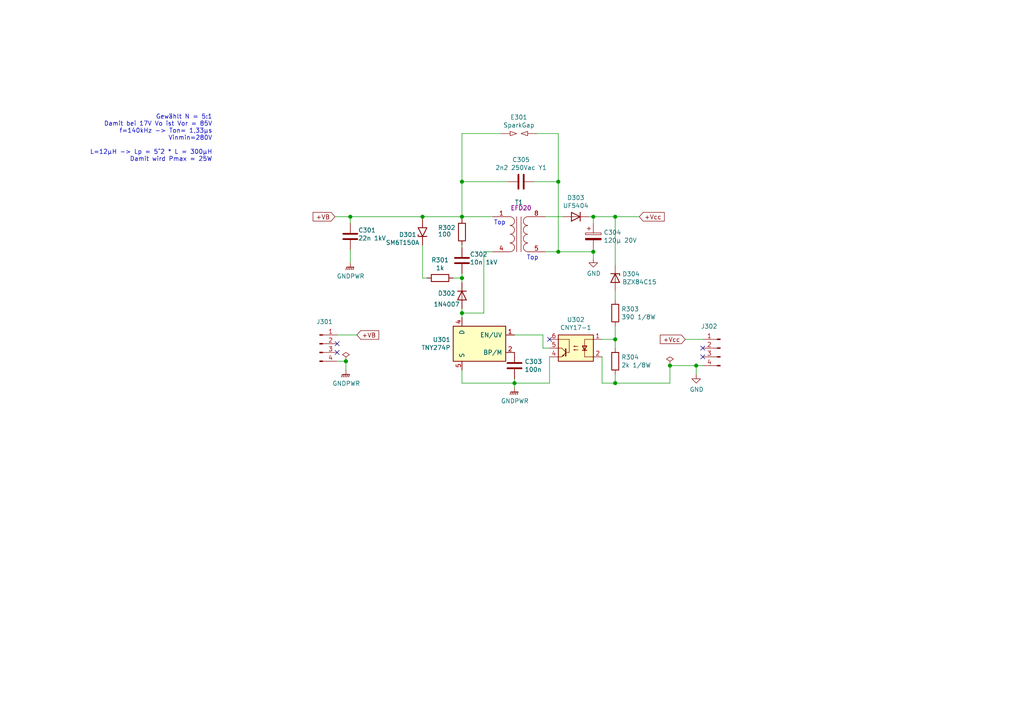
<source format=kicad_sch>
(kicad_sch (version 20210126) (generator eeschema)
  (paper "A4")
  (title_block (title "Auxiliary Power Supply Board") (date "2021-04-07") (rev "V 1.0"))
  (lib_symbols
    (symbol "Connector:Conn_01x04_Male" (pin_names (offset 1.016) hide)
      (property "Reference" "J" (at 0 5.08 0))
      (property "Value" "Conn_01x04_Male" (at 0 -7.62 0))
      (symbol "Conn_01x04_Male_1_1"
        (rectangle (start 0.8636 -4.953) (end 0 -5.207) (stroke (width 0.1524)) (fill (type outline)))
        (rectangle (start 0.8636 -2.413) (end 0 -2.667) (stroke (width 0.1524)) (fill (type outline)))
        (rectangle (start 0.8636 0.127) (end 0 -0.127) (stroke (width 0.1524)) (fill (type outline)))
        (rectangle (start 0.8636 2.667) (end 0 2.413) (stroke (width 0.1524)) (fill (type outline)))
        (polyline (pts (xy 1.27 -5.08) (xy 0.8636 -5.08)) (stroke (width 0.1524)))
        (polyline (pts (xy 1.27 -2.54) (xy 0.8636 -2.54)) (stroke (width 0.1524)))
        (polyline (pts (xy 1.27 0) (xy 0.8636 0)) (stroke (width 0.1524)))
        (polyline (pts (xy 1.27 2.54) (xy 0.8636 2.54)) (stroke (width 0.1524)))
        (pin passive line (at 5.08 2.54 180) (length 3.81) (name "Pin_1") (number "1"))
        (pin passive line (at 5.08 0 180) (length 3.81) (name "Pin_2") (number "2"))
        (pin passive line (at 5.08 -2.54 180) (length 3.81) (name "Pin_3") (number "3"))
        (pin passive line (at 5.08 -5.08 180) (length 3.81) (name "Pin_4") (number "4"))
      )
    )
    (symbol "Device:C" (pin_numbers hide) (pin_names (offset 0.254))
      (property "Reference" "C" (at 0.635 2.54 0))
      (property "Value" "C" (at 0.635 -2.54 0))
      (symbol "C_0_1"
        (polyline (pts (xy -2.032 -0.762) (xy 2.032 -0.762)) (stroke (width 0.508)))
        (polyline (pts (xy -2.032 0.762) (xy 2.032 0.762)) (stroke (width 0.508)))
      )
      (symbol "C_1_1"
        (pin passive line (at 0 3.81 270) (length 2.794) (name "~") (number "1"))
        (pin passive line (at 0 -3.81 90) (length 2.794) (name "~") (number "2"))
      )
    )
    (symbol "Device:C_Polarized" (pin_numbers hide) (pin_names (offset 0.254))
      (property "Reference" "C" (at 0.635 2.54 0))
      (property "Value" "C_Polarized" (at 0.635 -2.54 0))
      (symbol "C_Polarized_0_1"
        (rectangle (start -2.286 0.508) (end 2.286 1.016))
        (rectangle (start 2.286 -0.508) (end -2.286 -1.016) (fill (type outline)))
        (polyline (pts (xy -1.778 2.286) (xy -0.762 2.286)))
        (polyline (pts (xy -1.27 2.794) (xy -1.27 1.778)))
      )
      (symbol "C_Polarized_1_1"
        (pin passive line (at 0 3.81 270) (length 2.794) (name "~") (number "1"))
        (pin passive line (at 0 -3.81 90) (length 2.794) (name "~") (number "2"))
      )
    )
    (symbol "Device:D" (pin_numbers hide) (pin_names (offset 1.016) hide)
      (property "Reference" "D" (at 0 2.54 0))
      (property "Value" "D" (at 0 -2.54 0))
      (symbol "D_0_1"
        (polyline (pts (xy -1.27 1.27) (xy -1.27 -1.27)) (stroke (width 0.254)))
        (polyline (pts (xy 1.27 0) (xy -1.27 0)))
        (polyline (pts (xy 1.27 1.27) (xy 1.27 -1.27) (xy -1.27 0) (xy 1.27 1.27)) (stroke (width 0.254)))
      )
      (symbol "D_1_1"
        (pin passive line (at -3.81 0 0) (length 2.54) (name "K") (number "1"))
        (pin passive line (at 3.81 0 180) (length 2.54) (name "A") (number "2"))
      )
    )
    (symbol "Device:R" (pin_numbers hide) (pin_names (offset 0))
      (property "Reference" "R" (at 2.032 0 90))
      (property "Value" "R" (at 0 0 90))
      (symbol "R_0_1"
        (rectangle (start -1.016 -2.54) (end 1.016 2.54) (stroke (width 0.254)))
      )
      (symbol "R_1_1"
        (pin passive line (at 0 3.81 270) (length 1.27) (name "~") (number "1"))
        (pin passive line (at 0 -3.81 90) (length 1.27) (name "~") (number "2"))
      )
    )
    (symbol "Device:SparkGap" (pin_numbers hide) (pin_names (offset 0))
      (property "Reference" "E" (at 0 2.032 0))
      (property "Value" "SparkGap" (at 0 -1.905 0))
      (symbol "SparkGap_0_1"
        (polyline (pts (xy -2.54 0.635) (xy -2.54 -0.635) (xy -0.635 0) (xy -2.54 0.635)))
        (polyline (pts (xy 2.54 0.635) (xy 2.54 -0.635) (xy 0.635 0) (xy 2.54 0.635)))
      )
      (symbol "SparkGap_1_1"
        (pin passive line (at -5.08 0 0) (length 2.54) (name "~") (number "1"))
        (pin passive line (at 5.08 0 180) (length 2.54) (name "~") (number "2"))
      )
    )
    (symbol "Device:Transformer_1P_1S_SO8" (pin_names (offset 1.016) hide)
      (property "Reference" "T" (at 0 6.35 0))
      (property "Value" "Transformer_1P_1S_SO8" (at 0 -7.62 0))
      (symbol "Transformer_1P_1S_SO8_0_1"
        (arc (start -2.54 -2.54) (end -1.27 -3.81) (radius (at -2.54 -3.81) (length 1.27) (angles 89.9 0.1)))
        (arc (start -1.27 -3.81) (end -2.54 -5.0546) (radius (at -2.54 -3.81) (length 1.27) (angles -0.1 -89.9)))
        (arc (start -2.54 0) (end -1.27 -1.27) (radius (at -2.54 -1.27) (length 1.27) (angles 89.9 0.1)))
        (arc (start -1.27 -1.27) (end -2.54 -2.5146) (radius (at -2.54 -1.27) (length 1.27) (angles -0.1 -89.9)))
        (arc (start -2.54 2.54) (end -1.27 1.27) (radius (at -2.54 1.27) (length 1.27) (angles 89.9 0.1)))
        (arc (start -1.27 1.27) (end -2.54 0.0254) (radius (at -2.54 1.27) (length 1.27) (angles -0.1 -89.9)))
        (arc (start -2.54 5.08) (end -1.27 3.81) (radius (at -2.54 3.81) (length 1.27) (angles 89.9 0.1)))
        (arc (start -1.27 3.81) (end -2.54 2.5654) (radius (at -2.54 3.81) (length 1.27) (angles -0.1 -89.9)))
        (arc (start 2.54 0) (end 1.2954 -1.27) (radius (at 2.54 -1.27) (length 1.27) (angles 89.9 -179.9)))
        (arc (start 1.2954 -1.27) (end 2.54 -2.5146) (radius (at 2.54 -1.27) (length 1.27) (angles 179.9 -89.9)))
        (arc (start 2.54 2.54) (end 1.2954 1.27) (radius (at 2.54 1.27) (length 1.27) (angles 89.9 -179.9)))
        (arc (start 1.2954 1.27) (end 2.54 0.0254) (radius (at 2.54 1.27) (length 1.27) (angles 179.9 -89.9)))
        (arc (start 2.54 5.08) (end 1.2954 3.81) (radius (at 2.54 3.81) (length 1.27) (angles 89.9 -179.9)))
        (arc (start 1.2954 3.81) (end 2.54 2.5654) (radius (at 2.54 3.81) (length 1.27) (angles 179.9 -89.9)))
        (arc (start 2.5654 -2.54) (end 1.3208 -3.81) (radius (at 2.5654 -3.81) (length 1.27) (angles 91 -179.9)))
        (arc (start 2.5654 -5.0546) (end 1.3208 -3.81) (radius (at 2.5654 -3.81) (length 1.27) (angles -91.2 -179.9)))
        (polyline (pts (xy -0.635 5.08) (xy -0.635 -5.08)))
        (polyline (pts (xy 0.635 -5.08) (xy 0.635 5.08)))
      )
      (symbol "Transformer_1P_1S_SO8_1_1"
        (pin passive line (at -7.62 5.08 0) (length 5.08) (name "AA") (number "1"))
        (pin passive line (at -7.62 -5.08 0) (length 5.08) (name "AB") (number "4"))
        (pin passive line (at 7.62 -5.08 180) (length 5.08) (name "SA") (number "5"))
        (pin passive line (at 7.62 5.08 180) (length 5.08) (name "SB") (number "8"))
      )
    )
    (symbol "Diode:BZX84Cxx" (pin_numbers hide) (pin_names (offset 1.016) hide)
      (property "Reference" "D" (at 0 2.54 0))
      (property "Value" "BZX84Cxx" (at 0 -2.54 0))
      (symbol "BZX84Cxx_0_1"
        (polyline (pts (xy 1.27 0) (xy -1.27 0)))
        (polyline (pts (xy -1.27 -1.27) (xy -1.27 1.27) (xy -0.762 1.27)) (stroke (width 0.254)))
        (polyline (pts (xy 1.27 -1.27) (xy 1.27 1.27) (xy -1.27 0) (xy 1.27 -1.27)) (stroke (width 0.254)))
      )
      (symbol "BZX84Cxx_1_1"
        (pin passive line (at -3.81 0 0) (length 2.54) (name "K") (number "1"))
        (pin passive line (at 3.81 0 180) (length 2.54) (name "A") (number "2"))
      )
    )
    (symbol "Diode:SM6T150A" (pin_numbers hide) (pin_names (offset 1.016) hide)
      (property "Reference" "D" (at 0 2.54 0))
      (property "Value" "SM6T150A" (at 0 -2.54 0))
      (symbol "SM6T150A_0_1"
        (polyline (pts (xy -0.762 1.27) (xy -1.27 1.27) (xy -1.27 -1.27)) (stroke (width 0.254)))
        (polyline (pts (xy 1.27 1.27) (xy 1.27 -1.27) (xy -1.27 0) (xy 1.27 1.27)) (stroke (width 0.254)))
      )
      (symbol "SM6T150A_1_1"
        (pin passive line (at -3.81 0 0) (length 2.54) (name "A1") (number "1"))
        (pin passive line (at 3.81 0 180) (length 2.54) (name "A2") (number "2"))
      )
    )
    (symbol "Isolator:CNY17-1" (pin_names (offset 1.016))
      (property "Reference" "U" (at -5.08 5.08 0))
      (property "Value" "CNY17-1" (at 0 5.08 0))
      (symbol "CNY17-1_0_1"
        (rectangle (start -5.08 3.81) (end 5.08 -3.81) (stroke (width 0.254)) (fill (type background)))
        (polyline (pts (xy -3.175 -0.635) (xy -1.905 -0.635)) (stroke (width 0.254)))
        (polyline (pts (xy 2.921 -1.397) (xy 4.064 -2.54)))
        (polyline (pts (xy 2.921 -1.27) (xy 1.905 -1.27)))
        (polyline (pts (xy 2.921 -1.143) (xy 4.064 0)))
        (polyline (pts (xy 4.064 -2.54) (xy 5.08 -2.54)))
        (polyline (pts (xy 5.08 0) (xy 4.064 0)))
        (polyline (pts (xy -5.08 2.54) (xy -2.54 2.54) (xy -2.54 -0.762)))
        (polyline (pts (xy -2.54 -0.635) (xy -2.54 -2.54) (xy -5.08 -2.54)))
        (polyline (pts (xy 1.905 -1.27) (xy 1.905 2.54) (xy 5.08 2.54)))
        (polyline (pts (xy 2.921 -0.254) (xy 2.921 -2.286) (xy 2.921 -2.286)) (stroke (width 0.3556)))
        (polyline (pts (xy -2.54 -0.635) (xy -3.175 0.635) (xy -1.905 0.635) (xy -2.54 -0.635)) (stroke (width 0.254)))
        (polyline (pts (xy 3.937 -2.413) (xy 3.683 -1.905) (xy 3.429 -2.159) (xy 3.937 -2.413)))
        (polyline (pts (xy -0.635 -0.508) (xy 0.635 -0.508) (xy 0.254 -0.635) (xy 0.254 -0.381) (xy 0.635 -0.508)))
        (polyline (pts (xy -0.635 0.508) (xy 0.635 0.508) (xy 0.254 0.381) (xy 0.254 0.635) (xy 0.635 0.508)))
      )
      (symbol "CNY17-1_1_1"
        (pin passive line (at -7.62 2.54 0) (length 2.54) (name "~") (number "1"))
        (pin passive line (at -7.62 -2.54 0) (length 2.54) (name "~") (number "2"))
        (pin no_connect line (at -5.08 0 0) (length 2.54) hide (name "NC") (number "3"))
        (pin passive line (at 7.62 -2.54 180) (length 2.54) (name "~") (number "4"))
        (pin passive line (at 7.62 0 180) (length 2.54) (name "~") (number "5"))
        (pin passive line (at 7.62 2.54 180) (length 2.54) (name "~") (number "6"))
      )
    )
    (symbol "Regulator_Switching:TNY274P" (pin_names (offset 1.016))
      (property "Reference" "U" (at 0 8.89 0))
      (property "Value" "TNY274P" (at 0 6.35 0))
      (symbol "TNY274P_0_1"
        (rectangle (start -7.62 5.08) (end 7.62 -5.08) (stroke (width 0.254)) (fill (type background)))
      )
      (symbol "TNY274P_1_1"
        (pin input line (at 10.16 2.54 180) (length 2.54) (name "EN/UV") (number "1"))
        (pin input line (at 10.16 -2.54 180) (length 2.54) (name "BP/M") (number "2"))
        (pin open_collector line (at -5.08 7.62 270) (length 2.54) (name "D") (number "4"))
        (pin power_in line (at -5.08 -7.62 90) (length 2.54) (name "S") (number "5"))
        (pin passive line (at -5.08 -7.62 90) (length 2.54) hide (name "S") (number "6"))
        (pin passive line (at -5.08 -7.62 90) (length 2.54) hide (name "S") (number "7"))
        (pin passive line (at -5.08 -7.62 90) (length 2.54) hide (name "S") (number "8"))
      )
    )
    (symbol "power:GND" (power) (pin_names (offset 0))
      (property "Value" "GND" (at 0 -3.81 0))
      (symbol "GND_0_1"
        (polyline (pts (xy 0 0) (xy 0 -1.27) (xy 1.27 -1.27) (xy 0 -2.54) (xy -1.27 -1.27) (xy 0 -1.27)))
      )
      (symbol "GND_1_1"
        (pin power_in line (at 0 0 270) (length 0) hide (name "GND") (number "1"))
      )
    )
    (symbol "power:GNDPWR" (power) (pin_names (offset 0))
      (property "Value" "GNDPWR" (at 0 -3.302 0))
      (symbol "GNDPWR_0_1"
        (polyline (pts (xy 0 -1.27) (xy 0 0)))
        (polyline (pts (xy -1.016 -1.27) (xy -1.27 -2.032) (xy -1.27 -2.032)) (stroke (width 0.2032)))
        (polyline (pts (xy -0.508 -1.27) (xy -0.762 -2.032) (xy -0.762 -2.032)) (stroke (width 0.2032)))
        (polyline (pts (xy 0 -1.27) (xy -0.254 -2.032) (xy -0.254 -2.032)) (stroke (width 0.2032)))
        (polyline (pts (xy 0.508 -1.27) (xy 0.254 -2.032) (xy 0.254 -2.032)) (stroke (width 0.2032)))
        (polyline (pts (xy 1.016 -1.27) (xy -1.016 -1.27) (xy -1.016 -1.27)) (stroke (width 0.2032)))
        (polyline (pts (xy 1.016 -1.27) (xy 0.762 -2.032) (xy 0.762 -2.032) (xy 0.762 -2.032)) (stroke (width 0.2032)))
      )
      (symbol "GNDPWR_1_1"
        (pin power_in line (at 0 0 270) (length 0) hide (name "GNDPWR") (number "1"))
      )
    )
    (symbol "power:PWR_FLAG" (power) (pin_numbers hide) (pin_names (offset 0) hide)
      (property "Value" "PWR_FLAG" (at 0 3.81 0))
      (symbol "PWR_FLAG_0_0"
        (pin power_out line (at 0 0 90) (length 0) (name "pwr") (number "1"))
      )
      (symbol "PWR_FLAG_0_1"
        (polyline (pts (xy 0 0) (xy 0 1.27) (xy -1.016 1.905) (xy 0 2.54) (xy 1.016 1.905) (xy 0 1.27)))
      )
    )
  )
  (junction (at 100.33 104.775) (diameter 1.016))
  (junction (at 101.6 62.865) (diameter 1.016))
  (junction (at 122.555 62.865) (diameter 1.016))
  (junction (at 133.985 52.705) (diameter 1.016))
  (junction (at 133.985 62.865) (diameter 1.016))
  (junction (at 133.985 80.645) (diameter 1.016))
  (junction (at 133.985 90.805) (diameter 1.016))
  (junction (at 149.225 111.125) (diameter 1.016))
  (junction (at 161.925 52.705) (diameter 1.016))
  (junction (at 161.925 73.025) (diameter 1.016))
  (junction (at 172.085 62.865) (diameter 1.016))
  (junction (at 172.085 73.025) (diameter 1.016))
  (junction (at 178.435 62.865) (diameter 1.016))
  (junction (at 178.435 98.425) (diameter 1.016))
  (junction (at 178.435 111.125) (diameter 1.016))
  (junction (at 194.31 106.045) (diameter 1.016))
  (junction (at 201.93 106.045) (diameter 1.016))
  (no_connect (at 97.79 99.695))
  (no_connect (at 97.79 102.235))
  (no_connect (at 159.385 98.425))
  (no_connect (at 203.835 100.965))
  (no_connect (at 203.835 103.505))
  (wire (pts (xy 97.79 97.155) (xy 103.505 97.155)))
  (wire (pts (xy 97.79 104.775) (xy 100.33 104.775)))
  (wire (pts (xy 100.33 104.775) (xy 100.33 107.315)))
  (wire (pts (xy 101.6 62.865) (xy 97.155 62.865)))
  (wire (pts (xy 101.6 62.865) (xy 101.6 64.77)))
  (wire (pts (xy 101.6 62.865) (xy 122.555 62.865)))
  (wire (pts (xy 101.6 72.39) (xy 101.6 76.2)))
  (wire (pts (xy 122.555 62.865) (xy 122.555 63.5)))
  (wire (pts (xy 122.555 62.865) (xy 133.985 62.865)))
  (wire (pts (xy 122.555 71.12) (xy 122.555 80.645)))
  (wire (pts (xy 122.555 80.645) (xy 123.825 80.645)))
  (wire (pts (xy 131.445 80.645) (xy 133.985 80.645)))
  (wire (pts (xy 133.985 38.735) (xy 133.985 52.705)))
  (wire (pts (xy 133.985 52.705) (xy 133.985 62.865)))
  (wire (pts (xy 133.985 62.865) (xy 133.985 63.5)))
  (wire (pts (xy 133.985 62.865) (xy 142.875 62.865)))
  (wire (pts (xy 133.985 71.12) (xy 133.985 71.755)))
  (wire (pts (xy 133.985 79.375) (xy 133.985 80.645)))
  (wire (pts (xy 133.985 80.645) (xy 133.985 81.915)))
  (wire (pts (xy 133.985 89.535) (xy 133.985 90.805)))
  (wire (pts (xy 133.985 90.805) (xy 133.985 92.075)))
  (wire (pts (xy 133.985 107.315) (xy 133.985 111.125)))
  (wire (pts (xy 133.985 111.125) (xy 149.225 111.125)))
  (wire (pts (xy 140.335 73.025) (xy 140.335 90.805)))
  (wire (pts (xy 140.335 73.025) (xy 142.875 73.025)))
  (wire (pts (xy 140.335 90.805) (xy 133.985 90.805)))
  (wire (pts (xy 145.415 38.735) (xy 133.985 38.735)))
  (wire (pts (xy 147.32 52.705) (xy 133.985 52.705)))
  (wire (pts (xy 149.225 111.125) (xy 149.225 109.855)))
  (wire (pts (xy 149.225 112.395) (xy 149.225 111.125)))
  (wire (pts (xy 154.94 52.705) (xy 161.925 52.705)))
  (wire (pts (xy 155.575 38.735) (xy 161.925 38.735)))
  (wire (pts (xy 157.48 97.155) (xy 149.225 97.155)))
  (wire (pts (xy 157.48 100.965) (xy 157.48 97.155)))
  (wire (pts (xy 158.115 62.865) (xy 163.195 62.865)))
  (wire (pts (xy 158.115 73.025) (xy 161.925 73.025)))
  (wire (pts (xy 159.385 100.965) (xy 157.48 100.965)))
  (wire (pts (xy 159.385 103.505) (xy 159.385 111.125)))
  (wire (pts (xy 159.385 111.125) (xy 149.225 111.125)))
  (wire (pts (xy 161.925 38.735) (xy 161.925 52.705)))
  (wire (pts (xy 161.925 52.705) (xy 161.925 73.025)))
  (wire (pts (xy 170.815 62.865) (xy 172.085 62.865)))
  (wire (pts (xy 172.085 62.865) (xy 172.085 64.77)))
  (wire (pts (xy 172.085 62.865) (xy 178.435 62.865)))
  (wire (pts (xy 172.085 72.39) (xy 172.085 73.025)))
  (wire (pts (xy 172.085 73.025) (xy 161.925 73.025)))
  (wire (pts (xy 172.085 74.93) (xy 172.085 73.025)))
  (wire (pts (xy 174.625 103.505) (xy 174.625 111.125)))
  (wire (pts (xy 174.625 111.125) (xy 178.435 111.125)))
  (wire (pts (xy 178.435 62.865) (xy 178.435 76.835)))
  (wire (pts (xy 178.435 62.865) (xy 185.42 62.865)))
  (wire (pts (xy 178.435 84.455) (xy 178.435 86.995)))
  (wire (pts (xy 178.435 94.615) (xy 178.435 98.425)))
  (wire (pts (xy 178.435 98.425) (xy 174.625 98.425)))
  (wire (pts (xy 178.435 100.965) (xy 178.435 98.425)))
  (wire (pts (xy 178.435 111.125) (xy 178.435 108.585)))
  (wire (pts (xy 178.435 111.125) (xy 194.31 111.125)))
  (wire (pts (xy 194.31 106.045) (xy 201.93 106.045)))
  (wire (pts (xy 194.31 111.125) (xy 194.31 106.045)))
  (wire (pts (xy 198.755 98.425) (xy 203.835 98.425)))
  (wire (pts (xy 201.93 106.045) (xy 201.93 108.585)))
  (wire (pts (xy 203.835 106.045) (xy 201.93 106.045)))
  (text "Gewählt N = 5:1\nDamit bei 17V Vo ist Vor = 85V\nf=140kHz -> Ton= 1,33µs\nVinmin=280V\n\nL=12µH -> Lp = 5^2 * L = 300µH\nDamit wird Pmax = 25W" (at 61.595 46.99 0) (effects (font (size 1.27 1.27)) (justify right bottom)))
  (text "Top" (at 146.685 65.405 180) (effects (font (size 1.27 1.27)) (justify right bottom)))
  (text "Top" (at 156.21 75.565 180) (effects (font (size 1.27 1.27)) (justify right bottom)))
  (global_label "+VB" (shape input) (at 97.155 62.865 180) (property "Intersheet References" "${INTERSHEET_REFS}" (effects hide)))
  (global_label "+VB" (shape input) (at 103.505 97.155 0) (property "Intersheet References" "${INTERSHEET_REFS}" (effects hide)))
  (global_label "+Vcc" (shape input) (at 185.42 62.865 0) (property "Intersheet References" "${INTERSHEET_REFS}" (effects hide)))
  (global_label "+Vcc" (shape input) (at 198.755 98.425 180) (property "Intersheet References" "${INTERSHEET_REFS}" (effects hide)))
  (symbol (lib_id "power:PWR_FLAG") (at 100.33 104.775 0) (unit 1)
    (property "Reference" "#FLG0102" (effects hide))
    (property "Value" "PWR_FLAG" (effects hide))
  )
  (symbol (lib_id "power:PWR_FLAG") (at 194.31 106.045 0) (unit 1)
    (property "Reference" "#FLG0101" (effects hide))
    (property "Value" "PWR_FLAG" (effects hide))
  )
  (symbol (lib_id "power:GNDPWR") (at 100.33 107.315 0) (unit 1)
    (property "Reference" "#PWR0305" (effects hide))
    (property "Value" "GNDPWR" (at 100.4316 111.2266 0))
  )
  (symbol (lib_id "power:GNDPWR") (at 101.6 76.2 0) (unit 1)
    (property "Reference" "#PWR0301" (effects hide))
    (property "Value" "GNDPWR" (at 101.7016 80.1116 0))
  )
  (symbol (lib_id "power:GNDPWR") (at 149.225 112.395 0) (unit 1)
    (property "Reference" "#PWR0302" (effects hide))
    (property "Value" "GNDPWR" (at 149.3266 116.3066 0))
  )
  (symbol (lib_id "power:GND") (at 172.085 74.93 0) (unit 1)
    (property "Reference" "#PWR0304" (effects hide))
    (property "Value" "GND" (at 172.212 79.3242 0))
  )
  (symbol (lib_id "power:GND") (at 201.93 108.585 0) (unit 1)
    (property "Reference" "#PWR0303" (effects hide))
    (property "Value" "GND" (at 202.057 112.9792 0))
  )
  (symbol (lib_id "Device:SparkGap") (at 150.495 38.735 0) (unit 1)
    (property "Reference" "E301" (at 150.495 34.017 0))
    (property "Value" "SparkGap" (at 150.495 36.3155 0))
    (property "Footprint" "UserLibrary:SparkGap 5000V Top" (effects hide))
  )
  (symbol (lib_id "Device:R") (at 127.635 80.645 90) (unit 1)
    (property "Reference" "R301" (at 127.635 75.4188 90))
    (property "Value" "1k" (at 127.635 77.7175 90))
    (property "Footprint" "Resistor_THT:R_Axial_DIN0309_L9.0mm_D3.2mm_P5.08mm_Vertical" (effects hide))
  )
  (symbol (lib_id "Device:R") (at 133.985 67.31 0) (unit 1)
    (property "Reference" "R302" (at 127 66.04 0) (effects (justify left)))
    (property "Value" "100" (at 127 67.945 0) (effects (justify left)))
    (property "Footprint" "Resistor_THT:R_Axial_DIN0309_L9.0mm_D3.2mm_P12.70mm_Horizontal" (effects hide))
  )
  (symbol (lib_id "Device:R") (at 178.435 90.805 0) (unit 1)
    (property "Reference" "R303" (at 180.213 89.6366 0) (effects (justify left)))
    (property "Value" "390 1/8W" (at 180.213 91.948 0) (effects (justify left)))
    (property "Footprint" "Resistor_THT:R_Axial_DIN0207_L6.3mm_D2.5mm_P2.54mm_Vertical" (effects hide))
  )
  (symbol (lib_id "Device:R") (at 178.435 104.775 0) (unit 1)
    (property "Reference" "R304" (at 180.213 103.6066 0) (effects (justify left)))
    (property "Value" "2k 1/8W" (at 180.213 105.918 0) (effects (justify left)))
    (property "Footprint" "Resistor_THT:R_Axial_DIN0207_L6.3mm_D2.5mm_P2.54mm_Vertical" (effects hide))
  )
  (symbol (lib_id "Diode:SM6T150A") (at 122.555 67.31 90) (unit 1)
    (property "Reference" "D301" (at 115.6971 68.0656 90) (effects (justify right)))
    (property "Value" "SM6T150A" (at 111.8871 70.3643 90) (effects (justify right)))
    (property "Footprint" "Diode_SMD:D_SMB" (effects hide))
    (property "Datasheet" "https://www.st.com/resource/en/datasheet/sm6t.pdf" (effects hide))
  )
  (symbol (lib_id "Device:D") (at 133.985 85.725 270) (unit 1)
    (property "Reference" "D302" (at 129.54 85.09 90))
    (property "Value" "1N4007" (at 129.54 88.265 90))
    (property "Footprint" "Diode_THT:D_DO-41_SOD81_P2.54mm_Vertical_KathodeUp" (effects hide))
  )
  (symbol (lib_id "Device:D") (at 167.005 62.865 180) (unit 1)
    (property "Reference" "D303" (at 167.005 57.3532 0))
    (property "Value" "UF5404" (at 167.005 59.6646 0))
    (property "Footprint" "Diode_THT:D_DO-41_SOD81_P2.54mm_Vertical_KathodeUp" (effects hide))
  )
  (symbol (lib_id "Diode:BZX84Cxx") (at 178.435 80.645 270) (unit 1)
    (property "Reference" "D304" (at 180.467 79.4766 90) (effects (justify left)))
    (property "Value" "BZX84C15" (at 180.467 81.788 90) (effects (justify left)))
    (property "Footprint" "Diode_SMD:D_SOT-23_ANK" (effects hide))
    (property "Datasheet" "https://diotec.com/tl_files/diotec/files/pdf/datasheets/bzx84c2v4.pdf" (effects hide))
  )
  (symbol (lib_id "Device:C") (at 101.6 68.58 0) (unit 1)
    (property "Reference" "C301" (at 103.886 66.7766 0) (effects (justify left)))
    (property "Value" "22n 1kV" (at 103.886 69.088 0) (effects (justify left)))
    (property "Footprint" "Capacitor_THT:C_Disc_D12.5mm_W5.0mm_P7.50mm" (effects hide))
  )
  (symbol (lib_id "Device:C") (at 133.985 75.565 0) (unit 1)
    (property "Reference" "C302" (at 136.271 73.7616 0) (effects (justify left)))
    (property "Value" "10n 1kV" (at 136.271 76.073 0) (effects (justify left)))
    (property "Footprint" "Capacitor_THT:C_Disc_D12.5mm_W5.0mm_P7.50mm" (effects hide))
  )
  (symbol (lib_id "Device:C") (at 149.225 106.045 0) (unit 1)
    (property "Reference" "C303" (at 152.146 104.8766 0) (effects (justify left)))
    (property "Value" "100n" (at 152.146 107.188 0) (effects (justify left)))
    (property "Footprint" "Capacitor_THT:C_Rect_L7.2mm_W2.5mm_P5.00mm_FKS2_FKP2_MKS2_MKP2" (effects hide))
  )
  (symbol (lib_id "Device:C") (at 151.13 52.705 90) (unit 1)
    (property "Reference" "C305" (at 151.13 46.3358 90))
    (property "Value" "2n2 250Vac Y1" (at 151.13 48.634 90))
    (property "Footprint" "Capacitor_THT:C_Rect_L18.0mm_W7.0mm_P15.00mm_FKS3_FKP3" (effects hide))
  )
  (symbol (lib_id "Device:C_Polarized") (at 172.085 68.58 0) (unit 1)
    (property "Reference" "C304" (at 175.0822 67.4116 0) (effects (justify left)))
    (property "Value" "120µ 20V" (at 175.0822 69.723 0) (effects (justify left)))
    (property "Footprint" "Capacitor_THT:CP_Radial_D16.0mm_P7.50mm" (effects hide))
    (property "Datasheet" "https://www.mouser.de/datasheet/2/315/AAB8000C235-1095274.pdf" (effects hide))
  )
  (symbol (lib_id "Connector:Conn_01x04_Male") (at 92.71 99.695 0) (unit 1)
    (property "Reference" "J301" (at 94.132 93.326 0))
    (property "Value" "Conn_01x04_Male" (effects hide))
    (property "Footprint" "Connector_PinHeader_2.54mm:PinHeader_1x04_P2.54mm_Vertical" (effects hide))
  )
  (symbol (lib_id "Connector:Conn_01x04_Male") (at 208.915 100.965 0) (mirror y) (unit 1)
    (property "Reference" "J302" (at 203.276 94.659 0) (effects (justify right)))
    (property "Value" "Conn_01x04_Male" (effects hide))
    (property "Footprint" "Connector_PinHeader_2.54mm:PinHeader_1x04_P2.54mm_Vertical" (effects hide))
  )
  (symbol (lib_id "Isolator:CNY17-1") (at 167.005 100.965 0) (mirror y) (unit 1)
    (property "Reference" "U302" (at 167.005 92.71 0))
    (property "Value" "CNY17-1" (at 167.005 95.0214 0))
    (property "Footprint" "Package_DIP:DIP-6_W7.62mm_LongPads" (effects hide))
    (property "Datasheet" "http://www.vishay.com/docs/83606/cny17.pdf" (effects hide))
  )
  (symbol (lib_id "Device:Transformer_1P_1S_SO8") (at 150.495 67.945 0) (unit 1)
    (property "Reference" "T1" (at 150.495 58.706 0))
    (property "Value" "B66418W1008D1" (effects hide))
    (property "Footprint" "SamacSys_Parts:B66418W1008D1" (effects hide))
    (property "Description" "Ferrite Cores & Accessories COIL FORMER SUMIKON PM 9630" (effects hide))
    (property "Height" "10.4" (effects hide))
    (property "Mouser Part Number" "871-B66418W1008D1" (effects hide))
    (property "Mouser Price/Stock" "https://www.mouser.co.uk/ProductDetail/EPCOS-TDK/B66418W1008D1/?qs=wDNl1cNI0GuVc6K68q9NWA%3D%3D" (effects hide))
    (property "Manufacturer_Name" "TDK" (effects hide))
    (property "Manufacturer_Part_Number" "B66418W1008D1" (effects hide))
    (property "Type" "EFD20" (at 151.13 60.325 0))
  )
  (symbol (lib_id "Regulator_Switching:TNY274P") (at 139.065 99.695 0) (unit 1)
    (property "Reference" "U301" (at 130.683 98.5266 0) (effects (justify right)))
    (property "Value" "TNY274P" (at 130.683 100.838 0) (effects (justify right)))
    (property "Footprint" "Package_DIP:PowerIntegrations_PDIP-8C" (effects hide))
    (property "Datasheet" "http://www.powerint.com/sites/default/files/product-docs/tny274-280.pdf" (effects hide))
  )
)
</source>
